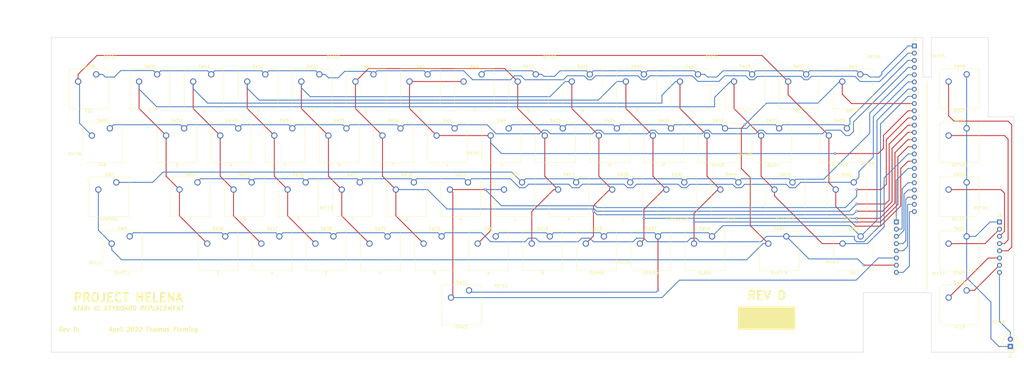
<source format=kicad_pcb>
(kicad_pcb (version 20211014) (generator pcbnew)
  (title_block (title "Project Helena: Atari XL Keyboard Replacement") (rev "D") (comment 1 "Rev D designed around an Atari 600XL"))
  (layers (0 "F.Cu" signal) (31 "B.Cu" signal) (34 "B.Paste" user) (35 "F.Paste" user) (36 "B.SilkS" user "B.Silkscreen") (37 "F.SilkS" user "F.Silkscreen") (38 "B.Mask" user) (39 "F.Mask" user) (44 "Edge.Cuts" user))
  (net 0 "")
  (net 1 "GND")
  (net 2 "LED")
  (net 3 "P1")
  (net 4 "P2")
  (net 5 "P3")
  (net 6 "P4")
  (net 7 "P5")
  (net 8 "P6")
  (net 9 "P7")
  (net 10 "P8")
  (net 11 "BCS")
  (net 12 "P10")
  (net 13 "P11")
  (net 14 "P12")
  (net 15 "P13")
  (net 16 "P14")
  (net 17 "P15")
  (net 18 "P16")
  (net 19 "P17")
  (net 20 "START")
  (net 21 "SELECT")
  (net 22 "OPTION")
  (net 23 "RESET")
  (net 24 "WIRE_GND")
  (net 25 "WIRE_LED")
  (net 26 "WIRE_START")
  (net 27 "WIRE_SELECT")
  (net 28 "WIRE_OPTION")
  (net 29 "WIRE_RESET")
  (net 30 "WIRE_P11")
  (net 31 "WIRE_P8")
  (footprint "Button_Switch_Keyboard:SW_Cherry_MX_1.00u_PCB" (layer "F.Cu") (at 314.96 80.01)
    (fp_text reference "SW1")
    (fp_text value "BREAK")
  )
  (footprint "Button_Switch_Keyboard:SW_Cherry_MX_2.00u_PCB" (layer "F.Cu") (at 52.959 118.11)
    (fp_text reference "SW2")
    (fp_text value "CONTROL")
  )
  (footprint "Button_Switch_Keyboard:SW_Cherry_MX_1.00u_PCB" (layer "F.Cu") (at 181.61 80.01)
    (fp_text reference "SW4")
    (fp_text value "7")
  )
  (footprint "Button_Switch_Keyboard:SW_Cherry_MX_1.00u_PCB" (layer "F.Cu") (at 162.56 80.01)
    (fp_text reference "SW5")
    (fp_text value "6")
  )
  (footprint "Button_Switch_Keyboard:SW_Cherry_MX_1.00u_PCB" (layer "F.Cu") (at 191.135 99.06)
    (fp_text reference "SW6")
    (fp_text value "U")
  )
  (footprint "Button_Switch_Keyboard:SW_Cherry_MX_1.00u_PCB" (layer "F.Cu") (at 172.085 99.06)
    (fp_text reference "SW7")
    (fp_text value "Y")
  )
  (footprint "Button_Switch_Keyboard:SW_Cherry_MX_1.00u_PCB" (layer "F.Cu") (at 186.563 137.16)
    (fp_text reference "SW8")
    (fp_text value "N")
  )
  (footprint "Button_Switch_Keyboard:SW_Cherry_MX_1.00u_PCB" (layer "F.Cu") (at 195.834 118.11)
    (fp_text reference "SW9")
    (fp_text value "J")
  )
  (footprint "Button_Switch_Keyboard:SW_Cherry_MX_1.00u_PCB" (layer "F.Cu") (at 176.784 118.11)
    (fp_text reference "SW10")
    (fp_text value "H")
  )
  (footprint "Button_Switch_Keyboard:SW_Cherry_MX_6.25u_PCB" (layer "F.Cu") (at 177.165 156.21)
    (fp_text reference "SW11")
    (fp_text value "SPACE")
  )
  (footprint "Button_Switch_Keyboard:SW_Cherry_MX_1.00u_PCB" (layer "F.Cu") (at 352.425 156.21)
    (fp_text reference "SW12")
    (fp_text value "HELP")
  )
  (footprint "Button_Switch_Keyboard:SW_Cherry_MX_1.00u_PCB" (layer "F.Cu") (at 200.66 80.01)
    (fp_text reference "SW13")
    (fp_text value "8")
  )
  (footprint "Button_Switch_Keyboard:SW_Cherry_MX_1.00u_PCB" (layer "F.Cu") (at 143.51 80.01)
    (fp_text reference "SW14")
    (fp_text value "5")
  )
  (footprint "Button_Switch_Keyboard:SW_Cherry_MX_1.00u_PCB" (layer "F.Cu") (at 210.185 99.06)
    (fp_text reference "SW15")
    (fp_text value "I")
  )
  (footprint "Button_Switch_Keyboard:SW_Cherry_MX_1.00u_PCB" (layer "F.Cu") (at 153.035 99.06)
    (fp_text reference "SW16")
    (fp_text value "T")
  )
  (footprint "Button_Switch_Keyboard:SW_Cherry_MX_1.00u_PCB" (layer "F.Cu") (at 214.884 118.11)
    (fp_text reference "SW17")
    (fp_text value "K")
  )
  (footprint "Button_Switch_Keyboard:SW_Cherry_MX_1.00u_PCB" (layer "F.Cu") (at 157.734 118.11)
    (fp_text reference "SW18")
    (fp_text value "G")
  )
  (footprint "Button_Switch_Keyboard:SW_Cherry_MX_1.00u_PCB" (layer "F.Cu") (at 205.613 137.16)
    (fp_text reference "SW19")
    (fp_text value "M")
  )
  (footprint "Button_Switch_Keyboard:SW_Cherry_MX_1.00u_PCB" (layer "F.Cu") (at 167.513 137.16)
    (fp_text reference "SW20")
    (fp_text value "B")
  )
  (footprint "Button_Switch_Keyboard:SW_Cherry_MX_1.00u_PCB" (layer "F.Cu") (at 352.425 137.16)
    (fp_text reference "SW21")
    (fp_text value "START")
  )
  (footprint "Button_Switch_Keyboard:SW_Cherry_MX_1.00u_PCB" (layer "F.Cu") (at 219.71 80.01)
    (fp_text reference "SW22")
    (fp_text value "9")
  )
  (footprint "Button_Switch_Keyboard:SW_Cherry_MX_1.00u_PCB" (layer "F.Cu") (at 124.46 80.01)
    (fp_text reference "SW23")
    (fp_text value "4")
  )
  (footprint "Button_Switch_Keyboard:SW_Cherry_MX_1.00u_PCB" (layer "F.Cu") (at 229.235 99.06)
    (fp_text reference "SW24")
    (fp_text value "O")
  )
  (footprint "Button_Switch_Keyboard:SW_Cherry_MX_1.00u_PCB" (layer "F.Cu") (at 133.985 99.06)
    (fp_text reference "SW25")
    (fp_text value "R")
  )
  (footprint "Button_Switch_Keyboard:SW_Cherry_MX_1.00u_PCB" (layer "F.Cu") (at 233.934 118.11)
    (fp_text reference "SW26")
    (fp_text value "L")
  )
  (footprint "Button_Switch_Keyboard:SW_Cherry_MX_1.00u_PCB" (layer "F.Cu") (at 138.684 118.11)
    (fp_text reference "SW27")
    (fp_text value "F")
  )
  (footprint "Button_Switch_Keyboard:SW_Cherry_MX_1.00u_PCB" (layer "F.Cu") (at 224.663 137.16)
    (fp_text reference "SW28")
    (fp_text value "COMMA")
  )
  (footprint "Button_Switch_Keyboard:SW_Cherry_MX_1.00u_PCB" (layer "F.Cu") (at 148.463 137.16)
    (fp_text reference "SW29")
    (fp_text value "V")
  )
  (footprint "Button_Switch_Keyboard:SW_Cherry_MX_1.00u_PCB" (layer "F.Cu") (at 352.425 118.11)
    (fp_text reference "SW30")
    (fp_text value "SELECT")
  )
  (footprint "Button_Switch_Keyboard:SW_Cherry_MX_1.00u_PCB" (layer "F.Cu") (at 238.76 80.01)
    (fp_text reference "SW31")
    (fp_text value "0")
  )
  (footprint "Button_Switch_Keyboard:SW_Cherry_MX_1.00u_PCB" (layer "F.Cu") (at 105.41 80.01)
    (fp_text reference "SW32")
    (fp_text value "3")
  )
  (footprint "Button_Switch_Keyboard:SW_Cherry_MX_1.00u_PCB" (layer "F.Cu") (at 248.285 99.06)
    (fp_text reference "SW33")
    (fp_text value "P")
  )
  (footprint "Button_Switch_Keyboard:SW_Cherry_MX_1.00u_PCB" (layer "F.Cu") (at 114.935 99.06)
    (fp_text reference "SW34")
    (fp_text value "E")
  )
  (footprint "Button_Switch_Keyboard:SW_Cherry_MX_1.00u_PCB" (layer "F.Cu") (at 252.984 118.11)
    (fp_text reference "SW35")
    (fp_text value "SEMICOLON")
  )
  (footprint "Button_Switch_Keyboard:SW_Cherry_MX_1.00u_PCB" (layer "F.Cu") (at 119.634 118.11)
    (fp_text reference "SW36")
    (fp_text value "D")
  )
  (footprint "Button_Switch_Keyboard:SW_Cherry_MX_1.00u_PCB" (layer "F.Cu") (at 243.713 137.16)
    (fp_text reference "SW37")
    (fp_text value "PERIOD")
  )
  (footprint "Button_Switch_Keyboard:SW_Cherry_MX_1.00u_PCB" (layer "F.Cu") (at 129.413 137.16)
    (fp_text reference "SW38")
    (fp_text value "C")
  )
  (footprint "Button_Switch_Keyboard:SW_Cherry_MX_1.00u_PCB" (layer "F.Cu") (at 352.425 99.06)
    (fp_text reference "SW39")
    (fp_text value "OPTION")
  )
  (footprint "Button_Switch_Keyboard:SW_Cherry_MX_1.00u_PCB" (layer "F.Cu") (at 257.81 80.01)
    (fp_text reference "SW40")
    (fp_text value "<")
  )
  (footprint "Button_Switch_Keyboard:SW_Cherry_MX_1.00u_PCB" (layer "F.Cu") (at 86.36 80.01)
    (fp_text reference "SW41")
    (fp_text value "2")
  )
  (footprint "Button_Switch_Keyboard:SW_Cherry_MX_1.00u_PCB" (layer "F.Cu") (at 267.335 99.06)
    (fp_text reference "SW42")
    (fp_text value "MINUS")
  )
  (footprint "Button_Switch_Keyboard:SW_Cherry_MX_1.00u_PCB" (layer "F.Cu") (at 95.885 99.06)
    (fp_text reference "SW43")
    (fp_text value "W")
  )
  (footprint "Button_Switch_Keyboard:SW_Cherry_MX_1.00u_PCB" (layer "F.Cu") (at 272.034 118.11)
    (fp_text reference "SW44")
    (fp_text value "PLUS")
  )
  (footprint "Button_Switch_Keyboard:SW_Cherry_MX_1.00u_PCB" (layer "F.Cu") (at 100.584 118.11)
    (fp_text reference "SW45")
    (fp_text value "S")
  )
  (footprint "Button_Switch_Keyboard:SW_Cherry_MX_1.00u_PCB" (layer "F.Cu") (at 262.763 137.16)
    (fp_text reference "SW46")
    (fp_text value "SLASH")
  )
  (footprint "Button_Switch_Keyboard:SW_Cherry_MX_1.00u_PCB" (layer "F.Cu") (at 110.363 137.16)
    (fp_text reference "SW47")
    (fp_text value "X")
  )
  (footprint "Button_Switch_Keyboard:SW_Cherry_MX_1.00u_PCB" (layer "F.Cu") (at 276.86 80.01)
    (fp_text reference "SW49")
    (fp_text value ">")
  )
  (footprint "Button_Switch_Keyboard:SW_Cherry_MX_1.00u_PCB" (layer "F.Cu") (at 67.31 80.01)
    (fp_text reference "SW50")
    (fp_text value "1")
  )
  (footprint "Button_Switch_Keyboard:SW_Cherry_MX_1.00u_PCB" (layer "F.Cu") (at 286.385 99.06)
    (fp_text reference "SW51")
    (fp_text value "EQUAL")
  )
  (footprint "Button_Switch_Keyboard:SW_Cherry_MX_1.00u_PCB" (layer "F.Cu") (at 76.835 99.06)
    (fp_text reference "SW52")
    (fp_text value "Q")
  )
  (footprint "Button_Switch_Keyboard:SW_Cherry_MX_1.00u_PCB" (layer "F.Cu") (at 291.084 118.11)
    (fp_text reference "SW53")
    (fp_text value "ASTERISK")
  )
  (footprint "Button_Switch_Keyboard:SW_Cherry_MX_1.00u_PCB" (layer "F.Cu") (at 81.534 118.11)
    (fp_text reference "SW54")
    (fp_text value "A")
  )
  (footprint "Button_Switch_Keyboard:SW_Cherry_MX_1.00u_PCB" (layer "F.Cu") (at 315.087 137.16)
    (fp_text reference "SW55")
    (fp_text value "INV")
  )
  (footprint "Button_Switch_Keyboard:SW_Cherry_MX_1.00u_PCB" (layer "F.Cu") (at 91.313 137.16)
    (fp_text reference "SW56")
    (fp_text value "Z")
  )
  (footprint "Button_Switch_Keyboard:SW_Cherry_MX_1.00u_PCB" (layer "F.Cu") (at 295.91 80.01)
    (fp_text reference "SW57")
    (fp_text value "DEL")
  )
  (footprint "Button_Switch_Keyboard:SW_Cherry_MX_1.25u_PCB" (layer "F.Cu") (at 45.847 80.01)
    (fp_text reference "SW58")
    (fp_text value "ESC")
  )
  (footprint "Button_Switch_Keyboard:SW_Cherry_MX_1.50u_PCB" (layer "F.Cu") (at 310.261 99.06)
    (fp_text reference "SW59")
    (fp_text value "RETURN")
  )
  (footprint "Button_Switch_Keyboard:SW_Cherry_MX_1.75u_PCB" (layer "F.Cu") (at 50.673 99.06)
    (fp_text reference "SW60")
    (fp_text value "TAB")
  )
  (footprint "Button_Switch_Keyboard:SW_Cherry_MX_1.25u_PCB" (layer "F.Cu") (at 312.674 118.11)
    (fp_text reference "SW61")
    (fp_text value "CAPS")
  )
  (footprint "Button_Switch_Keyboard:SW_Cherry_MX_1.75u_PCB" (layer "F.Cu") (at 288.925 137.16)
    (fp_text reference "SW64")
    (fp_text value "SHIFT_R")
  )
  (footprint "Button_Switch_Keyboard:SW_Cherry_MX_1.50u_PCB" (layer "F.Cu") (at 57.658 137.16)
    (fp_text reference "SW3")
    (fp_text value "SHIFT_L")
  )
  (footprint "Connector_PinHeader_2.54mm:PinHeader_1x08_P2.54mm_Vertical" (layer "F.Cu") (at 327.66 132.08)
    (fp_text reference "J2")
    (fp_text value "Conn_01x08")
  )
  (footprint "Connector_PinHeader_2.54mm:PinHeader_1x08_P2.54mm_Vertical" (layer "F.Cu") (at 364 132.08)
    (fp_text reference "J3")
    (fp_text value "Conn_01x08")
  )
  (footprint "Button_Switch_Keyboard:SW_Cherry_MX_1.00u_PCB" (layer "F.Cu") (at 352.425 80.01)
    (fp_text reference "SW48")
    (fp_text value "RESET")
  )
  (footprint "LED_THT:LED_D5.0mm" (layer "F.Cu") (at 367.82 175.971 90)
    (fp_text reference "D1")
    (fp_text value "LED")
  )
  (footprint "Connector_PinHeader_2.54mm:PinHeader_1x24_P2.54mm_Vertical" (layer "F.Cu") (at 334 70)
    (fp_text reference "J1")
    (fp_text value "Conn_01x24")
  )
  (footprint "MountingHole:MountingHole_2.5mm" (layer "F.Cu") (at 183.3 153.365)
    (fp_text reference "REF12")
    (fp_text value "MountingHole_2.5mm")
  )
  (footprint "MountingHole:MountingHole_2.5mm" (layer "F.Cu") (at 128.719 130.615)
    (fp_text reference "REF10")
    (fp_text value "MountingHole_2.5mm")
  )
  (footprint "MountingHole:MountingHole_2.5mm" (layer "F.Cu") (at 47.693 149.665)
    (fp_text reference "REF11")
    (fp_text value "MountingHole_2.5mm")
  )
  (footprint "MountingHole:MountingHole_2.5mm" (layer "F.Cu") (at 317.559 115.515)
    (fp_text reference "REF09")
    (fp_text value "MountingHole_2.5mm")
  )
  (footprint "MountingHole:MountingHole_2.5mm" (layer "F.Cu") (at 363.71 170.865)
    (fp_text reference "REF18")
    (fp_text value "MountingHole_2.5mm")
  )
  (footprint "MountingHole:MountingHole_2.5mm" (layer "F.Cu") (at 305.122 149.665)
    (fp_text reference "REF14")
    (fp_text value "MountingHole_2.5mm")
  )
  (footprint "MountingHole:MountingHole_2.5mm" (layer "F.Cu") (at 181.17 111.565)
    (fp_text reference "REF07")
    (fp_text value "MountingHole_2.5mm")
  )
  (footprint "MountingHole:MountingHole_2.5mm" (layer "F.Cu") (at 50.732 77.415)
    (fp_text reference "REF01")
    (fp_text value "MountingHole_2.5mm")
  )
  (footprint "MountingHole:MountingHole_2.5mm" (layer "F.Cu") (at 233.748 149.665)
    (fp_text reference "REF13")
    (fp_text value "MountingHole_2.5mm")
  )
  (footprint "MountingHole:MountingHole_2.5mm" (layer "F.Cu") (at 319.845 77.415)
    (fp_text reference "REF05")
    (fp_text value "MountingHole_2.5mm")
  )
  (footprint "MountingHole:MountingHole_2.5mm" (layer "F.Cu") (at 205.545 77.415)
    (fp_text reference "REF03")
    (fp_text value "MountingHole_2.5mm")
  )
  (footprint "MountingHole:MountingHole_2.5mm" (layer "F.Cu") (at 276.42 111.565)
    (fp_text reference "REF08")
    (fp_text value "MountingHole_2.5mm")
  )
  (footprint "MountingHole:MountingHole_2.5mm" (layer "F.Cu") (at 129.345 77.415)
    (fp_text reference "REF02")
    (fp_text value "MountingHole_2.5mm")
  )
  (footprint "MountingHole:MountingHole_2.5mm" (layer "F.Cu") (at 262.695 77.415)
    (fp_text reference "REF04")
    (fp_text value "MountingHole_2.5mm")
  )
  (footprint "MountingHole:MountingHole_2.5mm" (layer "F.Cu") (at 342.46 77.165)
    (fp_text reference "REF15")
    (fp_text value "MountingHole_2.5mm")
  )
  (footprint "MountingHole:MountingHole_2.5mm" (layer "F.Cu") (at 342.46 153.865)
    (fp_text reference "REF17")
    (fp_text value "MountingHole_2.5mm")
  )
  (footprint "MountingHole:MountingHole_2.5mm" (layer "F.Cu") (at 40.708 111.565)
    (fp_text reference "REF06")
    (fp_text value "MountingHole_2.5mm")
  )
  (footprint "MountingHole:MountingHole_2.5mm" (layer "F.Cu") (at 357.31 130.615)
    (fp_text reference "REF16")
    (fp_text value "MountingHole_2.5mm")
  )
  (gr_poly (pts (xy 272 162) (xy 292 162) (xy 292 170) (xy 272 170)) (layer "F.SilkS") (width 0.15) (fill solid))
  (gr_line (start 338.5 82.5) (end 338.5 156) (layer "F.SilkS") (width 0.2))
  (gr_line (start 340 157) (end 340 178) (layer "Edge.Cuts") (width 0.15))
  (gr_line (start 30 67) (end 58 67) (layer "Edge.Cuts") (width 0.15))
  (gr_line (start 360 95) (end 369 95) (layer "Edge.Cuts") (width 0.15))
  (gr_line (start 340 81) (end 340 67) (layer "Edge.Cuts") (width 0.15))
  (gr_line (start 316 168) (end 316 157) (layer "Edge.Cuts") (width 0.15))
  (gr_line (start 316 157) (end 337 157) (layer "Edge.Cuts") (width 0.15))
  (gr_line (start 316 170) (end 316 168) (layer "Edge.Cuts") (width 0.15))
  (gr_line (start 337 67) (end 337 81) (layer "Edge.Cuts") (width 0.15))
  (gr_line (start 340 67) (end 360 67) (layer "Edge.Cuts") (width 0.15))
  (gr_line (start 30 178) (end 316 178) (layer "Edge.Cuts") (width 0.15))
  (gr_line (start 340 178) (end 359 178) (layer "Edge.Cuts") (width 0.15))
  (gr_line (start 316 178) (end 316 170) (layer "Edge.Cuts") (width 0.15))
  (gr_line (start 30 67) (end 30 178) (layer "Edge.Cuts") (width 0.15))
  (gr_line (start 359 178) (end 368.9884 177.998) (layer "Edge.Cuts") (width 0.15))
  (gr_line (start 369 171) (end 368.9884 177.998) (layer "Edge.Cuts") (width 0.15))
  (gr_line (start 360 67) (end 360 95) (layer "Edge.Cuts") (width 0.15))
  (gr_line (start 337 157) (end 340 157) (layer "Edge.Cuts") (width 0.15))
  (gr_line (start 369 95) (end 369 171) (layer "Edge.Cuts") (width 0.15))
  (gr_line (start 58 67) (end 337 67) (layer "Edge.Cuts") (width 0.15))
  (gr_line (start 337 81) (end 340 81) (layer "Edge.Cuts") (width 0.15))
  (gr_text "REV D" (at 282 158) (layer "F.SilkS") (effects (font (size 3 3) (thickness 0.6))))
  (gr_text "PROJECT HELENA" (at 57.15 158.75) (layer "F.SilkS") (effects (font (size 3 3) (thickness 0.6))))
  (gr_text "ATARI XL KEYBOARD REPLACEMENT" (at 57.15 162.56) (layer "F.SilkS") (effects (font (size 1.5 1.5) (thickness 0.3) italic)))
  (gr_text "Rev D: 		April 2022 Thomas Fleming" (at 57.15 170) (layer "F.SilkS") (effects (font (size 1.5 1.5) (thickness 0.3) italic)))
  (segment (start 327.66 117.32) (end 327.66 132.08) (width 0.3048) (layer "B.Cu") (net 1))
  (segment (start 331.8 113.18) (end 327.66 117.32) (width 0.3048) (layer "B.Cu") (net 1))
  (segment (start 334 113.18) (end 331.8 113.18) (width 0.3048) (layer "B.Cu") (net 1))
  (segment (start 332.435 128.42) (end 332.26 128.595) (width 0.3048) (layer "B.Cu") (net 2))
  (segment (start 327.66 149.86) (end 330.045 149.86) (width 0.3048) (layer "B.Cu") (net 2))
  (segment (start 330.045 149.86) (end 330.355 149.55) (width 0.3048) (layer "B.Cu") (net 2))
  (segment (start 334 128.42) (end 332.435 128.42) (width 0.3048) (layer "B.Cu") (net 2))
  (segment (start 332.26 128.595) (end 332.26 145.105) (width 0.3048) (layer "B.Cu") (net 2))
  (segment (start 330.355 149.55) (end 332.26 147.645) (width 0.3048) (layer "B.Cu") (net 2))
  (segment (start 332.26 147.645) (end 332.26 145.105) (width 0.3048) (layer "B.Cu") (net 2))
  (segment (start 238.76 80.01) (end 237.49 78.74) (width 0.3048) (layer "B.Cu") (net 3))
  (segment (start 317.33 80.01) (end 318.29 80.97) (width 0.3048) (layer "B.Cu") (net 3))
  (segment (start 207.292 80.716) (end 203.482 80.716) (width 0.3048) (layer "B.Cu") (net 3))
  (segment (start 218.44 78.74) (end 219.71 80.01) (width 0.3048) (layer "B.Cu") (net 3))
  (segment (start 313.69 78.74) (end 297.18 78.74) (width 0.3048) (layer "B.Cu") (net 3))
  (segment (start 257.81 80.01) (end 260.068 80.01) (width 0.3048) (layer "B.Cu") (net 3))
  (segment (start 314.96 80.01) (end 313.69 78.74) (width 0.3048) (layer "B.Cu") (net 3))
  (segment (start 218.44 78.74) (end 209.268 78.74) (width 0.3048) (layer "B.Cu") (net 3))
  (segment (start 260.124 79.954) (end 261.14 80.97) (width 0.3048) (layer "B.Cu") (net 3))
  (segment (start 261.14 80.97) (end 264.442 80.97) (width 0.3048) (layer "B.Cu") (net 3))
  (segment (start 240.03 78.74) (end 238.76 80.01) (width 0.3048) (layer "B.Cu") (net 3))
  (segment (start 220.98 78.74) (end 219.71 80.01) (width 0.3048) (layer "B.Cu") (net 3))
  (segment (start 318.29 80.97) (end 321.592 80.97) (width 0.3048) (layer "B.Cu") (net 3))
  (segment (start 257.81 80.01) (end 256.54 78.74) (width 0.3048) (layer "B.Cu") (net 3))
  (segment (start 260.068 80.01) (end 260.124 79.954) (width 0.3048) (layer "B.Cu") (net 3))
  (segment (start 203.482 80.716) (end 202.776 80.01) (width 0.3048) (layer "B.Cu") (net 3))
  (segment (start 331.8 70) (end 334 70) (width 0.3048) (layer "B.Cu") (net 3))
  (segment (start 209.268 78.74) (end 207.292 80.716) (width 0.3048) (layer "B.Cu") (net 3))
  (segment (start 294.64 78.74) (end 278.13 78.74) (width 0.3048) (layer "B.Cu") (net 3))
  (segment (start 275.59 78.74) (end 276.86 80.01) (width 0.3048) (layer "B.Cu") (net 3))
  (segment (start 322.562 79.238) (end 331.8 70) (width 0.3048) (layer "B.Cu") (net 3))
  (segment (start 321.592 80.97) (end 322.562 80) (width 0.3048) (layer "B.Cu") (net 3))
  (segment (start 237.49 78.74) (end 220.98 78.74) (width 0.3048) (layer "B.Cu") (net 3))
  (segment (start 266.672 78.74) (end 275.59 78.74) (width 0.3048) (layer "B.Cu") (net 3))
  (segment (start 278.13 78.74) (end 276.86 80.01) (width 0.3048) (layer "B.Cu") (net 3))
  (segment (start 202.776 80.01) (end 200.66 80.01) (width 0.3048) (layer "B.Cu") (net 3))
  (segment (start 322.562 80) (end 322.562 79.238) (width 0.3048) (layer "B.Cu") (net 3))
  (segment (start 295.91 80.01) (end 294.64 78.74) (width 0.3048) (layer "B.Cu") (net 3))
  (segment (start 182.88 78.74) (end 181.61 80.01) (width 0.3048) (layer "B.Cu") (net 3))
  (segment (start 256.54 78.74) (end 240.03 78.74) (width 0.3048) (layer "B.Cu") (net 3))
  (segment (start 199.39 78.74) (end 182.88 78.74) (width 0.3048) (layer "B.Cu") (net 3))
  (segment (start 297.18 78.74) (end 295.91 80.01) (width 0.3048) (layer "B.Cu") (net 3))
  (segment (start 200.66 80.01) (end 199.39 78.74) (width 0.3048) (layer "B.Cu") (net 3))
  (segment (start 264.442 80.97) (end 266.672 78.74) (width 0.3048) (layer "B.Cu") (net 3))
  (segment (start 314.96 80.01) (end 317.33 80.01) (width 0.3048) (layer "B.Cu") (net 3))
  (segment (start 124.46 80.01) (end 126.464 80.01) (width 0.3048) (layer "B.Cu") (net 4))
  (segment (start 45.847 80.01) (end 48.09 80.01) (width 0.3048) (layer "B.Cu") (net 4))
  (segment (start 54.511 78.684) (end 65.984 78.684) (width 0.3048) (layer "B.Cu") (net 4))
  (segment (start 49.05 80.97) (end 52.225 80.97) (width 0.3048) (layer "B.Cu") (net 4))
  (segment (start 193.16699 80.51801) (end 195.45301 80.51801) (width 0.3048) (layer "B.Cu") (net 4))
  (segment (start 104.14 78.74) (end 87.63 78.74) (width 0.3048) (layer "B.Cu") (net 4))
  (segment (start 211.774845 80.51801) (end 217.67801 80.51801) (width 0.3048) (layer "B.Cu") (net 4))
  (segment (start 123.19 78.74) (end 106.68 78.74) (width 0.3048) (layer "B.Cu") (net 4))
  (segment (start 276.003927 81.915) (end 277.495 81.915) (width 0.3048) (layer "B.Cu") (net 4))
  (segment (start 278.701311 80.708689) (end 294.068689 80.708689) (width 0.3048) (layer "B.Cu") (net 4))
  (segment (start 144.78 78.74) (end 143.51 80.01) (width 0.3048) (layer "B.Cu") (net 4))
  (segment (start 178.435 81.915) (end 191.77 81.915) (width 0.3048) (layer "B.Cu") (net 4))
  (segment (start 142.522 78.938) (end 143.51 79.926) (width 0.3048) (layer "B.Cu") (net 4))
  (segment (start 217.67801 80.51801) (end 219.075 81.915) (width 0.3048) (layer "B.Cu") (net 4))
  (segment (start 161.29 78.74) (end 144.78 78.74) (width 0.3048) (layer "B.Cu") (net 4))
  (segment (start 238.014463 81.915) (end 239.395 81.915) (width 0.3048) (layer "B.Cu") (net 4))
  (segment (start 296.545 81.915) (end 297.751311 80.708689) (width 0.3048) (layer "B.Cu") (net 4))
  (segment (start 240.79199 80.51801) (end 255.77801 80.51801) (width 0.3048) (layer "B.Cu") (net 4))
  (segment (start 321.79 82.55) (end 331.8 72.54) (width 0.3048) (layer "B.Cu") (net 4))
  (segment (start 106.68 78.74) (end 105.41 80.01) (width 0.3048) (layer "B.Cu") (net 4))
  (segment (start 239.395 81.915) (end 240.79199 80.51801) (width 0.3048) (layer "B.Cu") (net 4))
  (segment (start 105.41 80.01) (end 104.14 78.74) (width 0.3048) (layer "B.Cu") (net 4))
  (segment (start 210.377855 81.915) (end 211.774845 80.51801) (width 0.3048) (layer "B.Cu") (net 4))
  (segment (start 68.58 78.74) (end 67.31 80.01) (width 0.3048) (layer "B.Cu") (net 4))
  (segment (start 175.26 78.74) (end 178.435 81.915) (width 0.3048) (layer "B.Cu") (net 4))
  (segment (start 294.068689 80.708689) (end 295.275 81.915) (width 0.3048) (layer "B.Cu") (net 4))
  (segment (start 257.754 82.494) (end 265.204 82.494) (width 0.3048) (layer "B.Cu") (net 4))
  (segment (start 267.17999 80.51801) (end 274.606937 80.51801) (width 0.3048) (layer "B.Cu") (net 4))
  (segment (start 236.617473 80.51801) (end 238.014463 81.915) (width 0.3048) (layer "B.Cu") (net 4))
  (segment (start 52.225 80.97) (end 54.511 78.684) (width 0.3048) (layer "B.Cu") (net 4))
  (segment (start 220.345 81.915) (end 221.74199 80.51801) (width 0.3048) (layer "B.Cu") (net 4))
  (segment (start 255.77801 80.51801) (end 257.754 82.494) (width 0.3048) (layer "B.Cu") (net 4))
  (segment (start 274.606937 80.51801) (end 276.003927 81.915) (width 0.3048) (layer "B.Cu") (net 4))
  (segment (start 162.56 80.01) (end 161.29 78.74) (width 0.3048) (layer "B.Cu") (net 4))
  (segment (start 86.36 80.01) (end 85.09 78.74) (width 0.3048) (layer "B.Cu") (net 4))
  (segment (start 331.8 72.54) (end 334 72.54) (width 0.3048) (layer "B.Cu") (net 4))
  (segment (start 133.378 78.938) (end 142.522 78.938) (width 0.3048) (layer "B.Cu") (net 4))
  (segment (start 163.83 78.74) (end 175.26 78.74) (width 0.3048) (layer "B.Cu") (net 4))
  (segment (start 295.275 81.915) (end 296.545 81.915) (width 0.3048) (layer "B.Cu") (net 4))
  (segment (start 314.96 82.55) (end 321.79 82.55) (width 0.3048) (layer "B.Cu") (net 4))
  (segment (start 191.77 81.915) (end 193.16699 80.51801) (width 0.3048) (layer "B.Cu") (net 4))
  (segment (start 65.984 78.684) (end 67.31 80.01) (width 0.3048) (layer "B.Cu") (net 4))
  (segment (start 48.09 80.01) (end 49.05 80.97) (width 0.3048) (layer "B.Cu") (net 4))
  (segment (start 221.74199 80.51801) (end 236.617473 80.51801) (width 0.3048) (layer "B.Cu") (net 4))
  (segment (start 124.46 80.01) (end 123.19 78.74) (width 0.3048) (layer "B.Cu") (net 4))
  (segment (start 127.678 81.224) (end 131.092 81.224) (width 0.3048) (layer "B.Cu") (net 4))
  (segment (start 219.075 81.915) (end 220.345 81.915) (width 0.3048) (layer "B.Cu") (net 4))
  (segment (start 131.092 81.224) (end 133.378 78.938) (width 0.3048) (layer "B.Cu") (net 4))
  (segment (start 196.85 81.915) (end 210.377855 81.915) (width 0.3048) (layer "B.Cu") (net 4))
  (segment (start 313.118689 80.708689) (end 314.96 82.55) (width 0.3048) (layer "B.Cu") (net 4))
  (segment (start 297.751311 80.708689) (end 313.118689 80.708689) (width 0.3048) (layer "B.Cu") (net 4))
  (segment (start 87.63 78.74) (end 86.36 80.01) (width 0.3048) (layer "B.Cu") (net 4))
  (segment (start 126.464 80.01) (end 127.678 81.224) (width 0.3048) (layer "B.Cu") (net 4))
  (segment (start 265.204 82.494) (end 267.17999 80.51801) (width 0.3048) (layer "B.Cu") (net 4))
  (segment (start 162.56 80.01) (end 163.83 78.74) (width 0.3048) (layer "B.Cu") (net 4))
  (segment (start 195.45301 80.51801) (end 196.85 81.915) (width 0.3048) (layer "B.Cu") (net 4))
  (segment (start 277.495 81.915) (end 278.701311 80.708689) (width 0.3048) (layer "B.Cu") (net 4))
  (segment (start 85.09 78.74) (end 68.58 78.74) (width 0.3048) (layer "B.Cu") (net 4))
  (segment (start 286.385 99.06) (end 287.655 97.79) (width 0.3048) (layer "B.Cu") (net 5))
  (segment (start 285.115 97.79) (end 276.225 97.79) (width 0.3048) (layer "B.Cu") (net 5))
  (segment (start 310.261 99.06) (end 310.261 98.524) (width 0.3048) (layer "B.Cu") (net 5))
  (segment (start 310.261 98.524) (end 311.305 97.48) (width 0.3048) (layer "B.Cu") (net 5))
  (segment (start 310.261 98.806) (end 310.261 99.06) (width 0.3048) (layer "B.Cu") (net 5))
  (segment (start 276.225 97.79) (end 274.955 99.06) (width 0.3048) (layer "B.Cu") (net 5))
  (segment (start 311.305 95.575) (end 331.8 75.08) (width 0.3048) (layer "B.Cu") (net 5))
  (segment (start 247.015 97.79) (end 230.505 97.79) (width 0.3048) (layer "B.Cu") (net 5))
  (segment (start 227.965 97.79) (end 211.455 97.79) (width 0.3048) (layer "B.Cu") (net 5))
  (segment (start 208.915 97.79) (end 192.405 97.79) (width 0.3048) (layer "B.Cu") (net 5))
  (segment (start 210.185 99.06) (end 208.915 97.79) (width 0.3048) (layer "B.Cu") (net 5))
  (segment (start 266.065 97.79) (end 249.555 97.79) (width 0.3048) (layer "B.Cu") (net 5))
  (segment (start 230.505 97.79) (end 229.235 99.06) (width 0.3048) (layer "B.Cu") (net 5))
  (segment (start 229.235 99.06) (end 227.965 97.79) (width 0.3048) (layer "B.Cu") (net 5))
  (segment (start 267.335 99.06) (end 266.065 97.79) (width 0.3048) (layer "B.Cu") (net 5))
  (segment (start 273.685 99.06) (end 267.335 99.06) (width 0.3048) (layer "B.Cu") (net 5))
  (segment (start 192.405 97.79) (end 191.135 99.06) (width 0.3048) (layer "B.Cu") (net 5))
  (segment (start 211.455 97.79) (end 210.185 99.06) (width 0.3048) (layer "B.Cu") (net 5))
  (segment (start 286.385 99.06) (end 285.115 97.79) (width 0.3048) (layer "B.Cu") (net 5))
  (segment (start 331.8 75.08) (end 334 75.08) (width 0.3048) (layer "B.Cu") (net 5))
  (segment (start 309.245 97.79) (end 310.261 98.806) (width 0.3048) (layer "B.Cu") (net 5))
  (segment (start 311.305 97.48) (end 311.305 95.575) (width 0.3048) (layer "B.Cu") (net 5))
  (segment (start 249.555 97.79) (end 248.285 99.06) (width 0.3048) (layer "B.Cu") (net 5))
  (segment (start 287.655 97.79) (end 309.245 97.79) (width 0.3048) (layer "B.Cu") (net 5))
  (segment (start 274.955 99.06) (end 273.685 99.06) (width 0.3048) (layer "B.Cu") (net 5))
  (segment (start 248.285 99.06) (end 247.015 97.79) (width 0.3048) (layer "B.Cu") (net 5))
  (segment (start 153.035 99.06) (end 154.305 97.79) (width 0.3048) (layer "B.Cu") (net 6))
  (segment (start 331.8 77.62) (end 312.575 96.845) (width 0.3048) (layer "B.Cu") (net 6))
  (segment (start 221.993456 99.695) (end 220.723456 100.965) (width 0.3048) (layer "B.Cu") (net 6))
  (segment (start 94.615 97.79) (end 95.885 99.06) (width 0.3048) (layer "B.Cu") (net 6))
  (segment (start 309.88 101.6) (end 307.975 99.695) (width 0.3048) (layer "B.Cu") (net 6))
  (segment (start 280.67 99.695) (end 279.4 99.695) (width 0.3048) (layer "B.Cu") (net 6))
  (segment (start 262.765355 100.965) (end 261.495355 99.695) (width 0.3048) (layer "B.Cu") (net 6))
  (segment (start 205.836428 100.965) (end 204.566428 99.695) (width 0.3048) (layer "B.Cu") (net 6))
  (segment (start 186.69 100.965) (end 183.515 97.79) (width 0.3048) (layer "B.Cu") (net 6))
  (segment (start 243.84 100.965) (end 242.57 99.695) (width 0.3048) (layer "B.Cu") (net 6))
  (segment (start 204.566428 99.695) (end 203.2 99.695) (width 0.3048) (layer "B.Cu") (net 6))
  (segment (start 170.815 97.79) (end 172.085 99.06) (width 0.3048) (layer "B.Cu") (net 6))
  (segment (start 302.895 99.695) (end 301.625 100.965) (width 0.3048) (layer "B.Cu") (net 6))
  (segment (start 51.943 97.79) (end 75.565 97.79) (width 0.3048) (layer "B.Cu") (net 6))
  (segment (start 278.13 100.965) (end 262.765355 100.965) (width 0.3048) (layer "B.Cu") (net 6))
  (segment (start 312.575 96.845) (end 312.575 100.175) (width 0.3048) (layer "B.Cu") (net 6))
  (segment (start 183.515 97.79) (end 173.355 97.79) (width 0.3048) (layer "B.Cu") (net 6))
  (segment (start 154.305 97.79) (end 170.815 97.79) (width 0.3048) (layer "B.Cu") (net 6))
  (segment (start 241.3 99.695) (end 240.03 100.965) (width 0.3048) (layer "B.Cu") (net 6))
  (segment (start 203.2 99.695) (end 201.93 100.965) (width 0.3048) (layer "B.Cu") (net 6))
  (segment (start 307.975 99.695) (end 302.895 99.695) (width 0.3048) (layer "B.Cu") (net 6))
  (segment (start 240.03 100.965) (end 224.79 100.965) (width 0.3048) (layer "B.Cu") (net 6))
  (segment (start 173.355 97.79) (end 172.085 99.06) (width 0.3048) (layer "B.Cu") (net 6))
  (segment (start 261.495355 99.695) (end 260.542855 99.695) (width 0.3048) (layer "B.Cu") (net 6))
  (segment (start 259.272855 100.965) (end 243.84 100.965) (width 0.3048) (layer "B.Cu") (net 6))
  (segment (start 312.575 100.175) (end 311.15 101.6) (width 0.3048) (layer "B.Cu") (net 6))
  (segment (start 260.542855 99.695) (end 259.272855 100.965) (width 0.3048) (layer "B.Cu") (net 6))
  (segment (start 132.715 97.79) (end 133.985 99.06) (width 0.3048) (layer "B.Cu") (net 6))
  (segment (start 334 77.62) (end 331.8 77.62) (width 0.3048) (layer "B.Cu") (net 6))
  (segment (start 97.155 97.79) (end 113.665 97.79) (width 0.3048) (layer "B.Cu") (net 6))
  (segment (start 95.885 99.06) (end 97.155 97.79) (width 0.3048) (layer "B.Cu") (net 6))
  (segment (start 78.105 97.79) (end 94.615 97.79) (width 0.3048) (layer "B.Cu") (net 6))
  (segment (start 50.673 99.06) (end 51.943 97.79) (width 0.3048) (layer "B.Cu") (net 6))
  (segment (start 311.15 101.6) (end 309.88 101.6) (width 0.3048) (layer "B.Cu") (net 6))
  (segment (start 220.723456 100.965) (end 205.836428 100.965) (width 0.3048) (layer "B.Cu") (net 6))
  (segment (start 281.94 100.965) (end 280.67 99.695) (width 0.3048) (layer "B.Cu") (net 6))
  (segment (start 224.79 100.965) (end 223.52 99.695) (width 0.3048) (layer "B.Cu") (net 6))
  (segment (start 242.57 99.695) (end 241.3 99.695) (width 0.3048) (layer "B.Cu") (net 6))
  (segment (start 151.765 97.79) (end 153.035 99.06) (width 0.3048) (layer "B.Cu") (net 6))
  (segment (start 114.935 99.06) (end 116.205 97.79) (width 0.3048) (layer "B.Cu") (net 6))
  (segment (start 133.985 99.06) (end 135.255 97.79) (width 0.3048) (layer "B.Cu") (net 6))
  (segment (start 113.665 97.79) (end 114.935 99.06) (width 0.3048) (layer "B.Cu") (net 6))
  (segment (start 75.565 97.79) (end 76.835 99.06) (width 0.3048) (layer "B.Cu") (net 6))
  (segment (start 201.93 100.965) (end 186.69 100.965) (width 0.3048) (layer "B.Cu") (net 6))
  (segment (start 301.625 100.965) (end 281.94 100.965) (width 0.3048) (layer "B.Cu") (net 6))
  (segment (start 135.255 97.79) (end 151.765 97.79) (width 0.3048) (layer "B.Cu") (net 6))
  (segment (start 223.52 99.695) (end 221.993456 99.695) (width 0.3048) (layer "B.Cu") (net 6))
  (segment (start 279.4 99.695) (end 278.13 100.965) (width 0.3048) (layer "B.Cu") (net 6))
  (segment (start 76.835 99.06) (end 78.105 97.79) (width 0.3048) (layer "B.Cu") (net 6))
  (segment (start 116.205 97.79) (end 132.715 97.79) (width 0.3048) (layer "B.Cu") (net 6))
  (segment (start 233.045 116.84) (end 215.9 116.84) (width 0.3048) (layer "B.Cu") (net 7))
  (segment (start 233.934 118.11) (end 233.934 117.729) (width 0.3048) (layer "B.Cu") (net 7))
  (segment (start 233.934 117.856) (end 233.934 118.11) (width 0.3048) (layer "B.Cu") (net 7))
  (segment (start 291.084 118.11) (end 289.814 116.84) (width 0.3048) (layer "B.Cu") (net 7))
  (segment (start 214.884 117.729) (end 213.995 116.84) (width 0.3048) (layer "B.Cu") (net 7))
  (segment (start 233.934 117.729) (end 233.045 116.84) (width 0.3048) (layer "B.Cu") (net 7))
  (segment (start 272.034 118.11) (end 270.764 116.84) (width 0.3048) (layer "B.Cu") (net 7))
  (segment (start 291.084 118.11) (end 292.183999 117.010001) (width 0.3048) (layer "B.Cu") (net 7))
  (segment (start 252.984 117.729) (end 252.095 116.84) (width 0.3048) (layer "B.Cu") (net 7))
  (segment (start 318.29 100.81) (end 318.29 95.575) (width 0.3048) (layer "B.Cu") (net 7))
  (segment (start 292.183999 117.010001) (end 302.089999 117.010001) (width 0.3048) (layer "B.Cu") (net 7))
  (segment (start 272.034 117.856) (end 272.034 118.11) (width 0.3048) (layer "B.Cu") (net 7))
  (segment (start 65.751079 118.116921) (end 52.965921 118.116921) (width 0.3048) (layer "B.Cu") (net 7))
  (segment (start 273.05 116.84) (end 272.034 117.856) (width 0.3048) (layer "B.Cu") (net 7))
  (segment (start 215.9 116.84) (end 214.884 117.856) (width 0.3048) (layer "B.Cu") (net 7))
  (segment (start 234.95 116.84) (end 233.934 117.856) (width 0.3048) (layer "B.Cu") (net 7))
  (segment (start 318.29 93.67) (end 318.29 95.575) (width 0.3048) (layer "B.Cu") (net 7))
  (segment (start 214.884 118.11) (end 214.884 117.729) (width 0.3048) (layer "B.Cu") (net 7))
  (segment (start 213.995 116.84) (end 197.104 116.84) (width 0.3048) (layer "B.Cu") (net 7))
  (segment (start 270.764 116.84) (end 254 116.84) (width 0.3048) (layer "B.Cu") (net 7))
  (segment (start 214.884 117.856) (end 214.884 118.11) (width 0.3048) (layer "B.Cu") (net 7))
  (segment (start 334 80.16) (end 331.8 80.16) (width 0.3048) (layer "B.Cu") (net 7))
  (segment (start 52.965921 118.116921) (end 52.959 118.11) (width 0.3048) (layer "B.Cu") (net 7))
  (segment (start 252.095 116.84) (end 234.95 116.84) (width 0.3048) (layer "B.Cu") (net 7))
  (segment (start 195.834 118.11) (end 192.222 114.498) (width 0.3048) (layer "B.Cu") (net 7))
  (segment (start 331.8 80.16) (end 318.29 93.67) (width 0.3048) (layer "B.Cu") (net 7))
  (segment (start 252.984 117.856) (end 252.984 118.11) (width 0.3048) (layer "B.Cu") (net 7))
  (segment (start 69.37 114.498) (end 65.751079 118.116921) (width 0.3048) (layer "B.Cu") (net 7))
  (segment (start 289.814 116.84) (end 273.05 116.84) (width 0.3048) (layer "B.Cu") (net 7))
  (segment (start 252.984 118.11) (end 252.984 117.729) (width 0.3048) (layer "B.Cu") (net 7))
  (segment (start 302.089999 117.010001) (end 318.29 100.81) (width 0.3048) (layer "B.Cu") (net 7))
  (segment (start 254 116.84) (end 252.984 117.856) (width 0.3048) (layer "B.Cu") (net 7))
  (segment (start 192.222 114.498) (end 69.37 114.498) (width 0.3048) (layer "B.Cu") (net 7))
  (segment (start 197.104 116.84) (end 195.834 118.11) (width 0.3048) (layer "B.Cu") (net 7))
  (segment (start 178.054 116.84) (end 176.784 118.11) (width 0.3048) (layer "B.Cu") (net 8))
  (segment (start 100.584 117.729) (end 99.695 116.84) (width 0.3048) (layer "B.Cu") (net 8))
  (segment (start 274.256311 118.808689) (end 273.05 120.015) (width 0.3048) (layer "B.Cu") (net 8))
  (segment (start 331.8 82.7) (end 319.56 94.94) (width 0.3048) (layer "B.Cu") (net 8))
  (segment (start 138.684 117.856) (end 138.684 118.11) (width 0.3048) (layer "B.Cu") (net 8))
  (segment (start 119.634 118.11) (end 119.634 117.729) (width 0.3048) (layer "B.Cu") (net 8))
  (segment (start 215.834144 120.015) (end 213.519928 120.015) (width 0.3048) (layer "B.Cu") (net 8))
  (segment (start 273.05 120.015) (end 271.195581 120.015) (width 0.3048) (layer "B.Cu") (net 8))
  (segment (start 81.534 117.856) (end 81.534 118.11) (width 0.3048) (layer "B.Cu") (net 8))
  (segment (start 194.945 120.015) (end 191.77 116.84) (width 0.3048) (layer "B.Cu") (net 8))
  (segment (start 156.845 116.84) (end 139.7 116.84) (width 0.3048) (layer "B.Cu") (net 8))
  (segment (start 217.104144 118.745) (end 215.834144 120.015) (width 0.3048) (layer "B.Cu") (net 8))
  (segment (start 271.195581 120.015) (end 269.98927 118.808689) (width 0.3048) (layer "B.Cu") (net 8))
  (segment (start 312.674 118.11) (end 314.48 116.304) (width 0.3048) (layer "B.Cu") (net 8))
  (segment (start 196.85 120.015) (end 194.945 120.015) (width 0.3048) (layer "B.Cu") (net 8))
  (segment (start 288.925 118.808689) (end 274.256311 118.808689) (width 0.3048) (layer "B.Cu") (net 8))
  (segment (start 100.584 118.11) (end 100.584 117.729) (width 0.3048) (layer "B.Cu") (net 8))
  (segment (start 233.045 120.015) (end 231.775 118.745) (width 0.3048) (layer "B.Cu") (net 8))
  (segment (start 292.034145 120.015) (end 290.131311 120.015) (width 0.3048) (layer "B.Cu") (net 8))
  (segment (start 191.77 116.84) (end 178.054 116.84) (width 0.3048) (layer "B.Cu") (net 8))
  (segment (start 99.695 116.84) (end 82.55 116.84) (width 0.3048) (layer "B.Cu") (net 8))
  (segment (start 253.6825 120.015) (end 252.095 120.015) (width 0.3048) (layer "B.Cu") (net 8))
  (segment (start 198.12 118.745) (end 196.85 120.015) (width 0.3048) (layer "B.Cu") (net 8))
  (segment (start 293.939145 118.11) (end 292.034145 120.015) (width 0.3048) (layer "B.Cu") (net 8))
  (segment (start 212.249928 118.745) (end 198.12 118.745) (width 0.3048) (layer "B.Cu") (net 8))
  (segment (start 252.095 120.015) (end 250.825 118.745) (width 0.3048) (layer "B.Cu") (net 8))
  (segment (start 82.55 116.84) (end 81.534 117.856) (width 0.3048) (layer "B.Cu") (net 8))
  (segment (start 213.519928 120.015) (end 212.249928 118.745) (width 0.3048) (layer "B.Cu") (net 8))
  (segment (start 157.734 117.856) (end 157.734 118.11) (width 0.3048) (layer "B.Cu") (net 8))
  (segment (start 312.674 118.11) (end 293.939145 118.11) (width 0.3048) (layer "B.Cu") (net 8))
  (segment (start 157.734 118.11) (end 157.734 117.729) (width 0.3048) (layer "B.Cu") (net 8))
  (segment (start 269.98927 118.808689) (end 254.888811 118.808689) (width 0.3048) (layer "B.Cu") (net 8))
  (segment (start 314.48 114.244) (end 319.56 109.164) (width 0.3048) (layer "B.Cu") (net 8))
  (segment (start 250.825 118.745) (end 236.22 118.745) (width 0.3048) (layer "B.Cu") (net 8))
  (segment (start 120.65 116.84) (end 119.634 117.856) (width 0.3048) (layer "B.Cu") (net 8))
  (segment (start 319.56 94.94) (end 319.56 96.845) (width 0.3048) (layer "B.Cu") (net 8))
  (segment (start 334 82.7) (end 331.8 82.7) (width 0.3048) (layer "B.Cu") (net 8))
  (segment (start 118.745 116.84) (end 101.6 116.84) (width 0.3048) (layer "B.Cu") (net 8))
  (segment (start 138.684 118.11) (end 138.684 117.729) (width 0.3048) (layer "B.Cu") (net 8))
  (segment (start 231.775 118.745) (end 217.104144 118.745) (width 0.3048) (layer "B.Cu") (net 8))
  (segment (start 138.684 117.729) (end 137.795 116.84) (width 0.3048) (layer "B.Cu") (net 8))
  (segment (start 137.795 116.84) (end 120.65 116.84) (width 0.3048) (layer "B.Cu") (net 8))
  (segment (start 234.95 120.015) (end 233.045 120.015) (width 0.3048) (layer "B.Cu") (net 8))
  (segment (start 139.7 116.84) (end 138.684 117.856) (width 0.3048) (layer "B.Cu") (net 8))
  (segment (start 314.48 116.304) (end 314.48 114.244) (width 0.3048) (layer "B.Cu") (net 8))
  (segment (start 319.56 109.164) (end 319.56 96.845) (width 0.3048) (layer "B.Cu") (net 8))
  (segment (start 175.514 116.84) (end 158.75 116.84) (width 0.3048) (layer "B.Cu") (net 8))
  (segment (start 254.888811 118.808689) (end 253.6825 120.015) (width 0.3048) (layer "B.Cu") (net 8))
  (segment (start 119.634 117.856) (end 119.634 118.11) (width 0.3048) (layer "B.Cu") (net 8))
  (segment (start 100.584 117.856) (end 100.584 118.11) (width 0.3048) (layer "B.Cu") (net 8))
  (segment (start 158.75 116.84) (end 157.734 117.856) (width 0.3048) (layer "B.Cu") (net 8))
  (segment (start 290.131311 120.015) (end 288.925 118.808689) (width 0.3048) (layer "B.Cu") (net 8))
  (segment (start 101.6 116.84) (end 100.584 117.856) (width 0.3048) (layer "B.Cu") (net 8))
  (segment (start 157.734 117.729) (end 156.845 116.84) (width 0.3048) (layer "B.Cu") (net 8))
  (segment (start 176.784 118.11) (end 175.514 116.84) (width 0.3048) (layer "B.Cu") (net 8))
  (segment (start 236.22 118.745) (end 234.95 120.015) (width 0.3048) (layer "B.Cu") (net 8))
  (segment (start 119.634 117.729) (end 118.745 116.84) (width 0.3048) (layer "B.Cu") (net 8))
  (segment (start 243.713 137.16) (end 243.713 156.21) (width 0.3048) (layer "F.Cu") (net 9))
  (via (at 243.713 156.21) (size 0.8) (drill 0.4) (layers "F.Cu" "B.Cu") (net 9))
  (segment (start 243.713 156.21) (end 243.078 156.845) (width 0.3048) (layer "B.Cu") (net 9))
  (segment (start 242.443 135.89) (end 243.713 137.16) (width 0.3048) (layer "B.Cu") (net 9))
  (segment (start 177.8 156.845) (end 177.165 156.21) (width 0.3048) (layer "B.Cu") (net 9))
  (segment (start 320.83 96.21) (end 320.83 98.75) (width 0.3048) (layer "B.Cu") (net 9))
  (segment (start 225.933 135.89) (end 242.443 135.89) (width 0.3048) (layer "B.Cu") (net 9))
  (segment (start 204.343 135.89) (end 205.613 137.16) (width 0.3048) (layer "B.Cu") (net 9))
  (segment (start 334 85.24) (end 331.8 85.24) (width 0.3048) (layer "B.Cu") (net 9))
  (segment (start 224.663 137.16) (end 225.933 135.89) (width 0.3048) (layer "B.Cu") (net 9))
  (segment (start 244.983 135.89) (end 261.493 135.89) (width 0.3048) (layer "B.Cu") (net 9))
  (segment (start 261.493 135.89) (end 262.763 137.16) (width 0.3048) (layer "B.Cu") (net 9))
  (segment (start 311.277 133.35) (end 266.573 133.35) (width 0.3048) (layer "B.Cu") (net 9))
  (segment (start 315.087 137.16) (end 311.277 133.35) (width 0.3048) (layer "B.Cu") (net 9))
  (segment (start 266.573 133.35) (end 262.763 137.16) (width 0.3048) (layer "B.Cu") (net 9))
  (segment (start 243.713 137.16) (end 244.983 135.89) (width 0.3048) (layer "B.Cu") (net 9))
  (segment (start 331.8 85.24) (end 320.83 96.21) (width 0.3048) (layer "B.Cu") (net 9))
  (segment (start 186.563 137.16) (end 187.833 135.89) (width 0.3048) (layer "B.Cu") (net 9))
  (segment (start 223.393 135.89) (end 224.663 137.16) (width 0.3048) (layer "B.Cu") (net 9))
  (segment (start 205.613 137.16) (end 206.883 135.89) (width 0.3048) (layer "B.Cu") (net 9))
  (segment (start 320.83 131.417) (end 320.83 98.75) (width 0.3048) (layer "B.Cu") (net 9))
  (segment (start 206.883 135.89) (end 223.393 135.89) (width 0.3048) (layer "B.Cu") (net 9))
  (segment (start 187.833 135.89) (end 204.343 135.89) (width 0.3048) (layer "B.Cu") (net 9))
  (segment (start 243.078 156.845) (end 177.8 156.845) (width 0.3048) (layer "B.Cu") (net 9))
  (segment (start 315.087 137.16) (end 320.83 131.417) (width 0.3048) (layer "B.Cu") (net 9))
  (segment (start 316.23 147.32) (end 327.66 147.32) (width 0.3048) (layer "F.Cu") (net 10))
  (via (at 316.23 147.32) (size 0.8) (drill 0.4) (layers "F.Cu" "B.Cu") (net 10))
  (segment (start 238.76 137.795) (end 240.03 139.065) (width 0.3048) (layer "B.Cu") (net 10))
  (segment (start 219.71 137.795) (end 220.98 139.065) (width 0.3048) (layer "B.Cu") (net 10))
  (segment (start 128.27 136.017) (end 128.27 135.89) (width 0.3048) (layer "B.Cu") (net 10))
  (segment (start 58.928 135.89) (end 57.658 137.16) (width 0.3048) (layer "B.Cu") (net 10))
  (segment (start 166.243 135.89) (end 149.733 135.89) (width 0.3048) (layer "B.Cu") (net 10))
  (segment (start 240.03 139.065) (end 254 139.065) (width 0.3048) (layer "B.Cu") (net 10))
  (segment (start 111.633 135.89) (end 110.363 137.16) (width 0.3048) (layer "B.Cu") (net 10))
  (segment (start 254 139.065) (end 255.27 137.795) (width 0.3048) (layer "B.Cu") (net 10))
  (segment (start 147.193 135.89) (end 130.683 135.89) (width 0.3048) (layer "B.Cu") (net 10))
  (segment (start 216.8525 137.795) (end 219.71 137.795) (width 0.3048) (layer "B.Cu") (net 10))
  (segment (start 236.22 137.795) (end 238.76 137.795) (width 0.3048) (layer "B.Cu") (net 10))
  (segment (start 198.12 137.795) (end 200.66 137.795) (width 0.3048) (layer "B.Cu") (net 10))
  (segment (start 201.93 139.065) (end 215.5825 139.065) (width 0.3048) (layer "B.Cu") (net 10))
  (segment (start 255.27 137.795) (end 257.175 137.795) (width 0.3048) (layer "B.Cu") (net 10))
  (segment (start 196.85 139.065) (end 198.12 137.795) (width 0.3048) (layer "B.Cu") (net 10))
  (segment (start 215.5825 139.065) (end 216.8525 137.795) (width 0.3048) (layer "B.Cu") (net 10))
  (segment (start 181.61 135.89) (end 184.785 139.065) (width 0.3048) (layer "B.Cu") (net 10))
  (segment (start 128.27 135.89) (end 111.633 135.89) (width 0.3048) (layer "B.Cu") (net 10))
  (segment (start 149.733 135.89) (end 148.463 137.16) (width 0.3048) (layer "B.Cu") (net 10))
  (segment (start 258.445 139.065) (end 280.035 139.065) (width 0.3048) (layer "B.Cu") (net 10))
  (segment (start 167.513 137.16) (end 166.243 135.89) (width 0.3048) (layer "B.Cu") (net 10))
  (segment (start 312.93271 138.30771) (end 312.93271 137.16) (width 0.3048) (layer "B.Cu") (net 10))
  (segment (start 129.413 137.16) (end 128.27 136.017) (width 0.3048) (layer "B.Cu") (net 10))
  (segment (start 220.98 139.065) (end 234.95 139.065) (width 0.3048) (layer "B.Cu") (net 10))
  (segment (start 109.22 136.017) (end 109.22 135.89) (width 0.3048) (layer "B.Cu") (net 10))
  (segment (start 316.23 139.065) (end 313.69 139.065) (width 0.3048) (layer "B.Cu") (net 10))
  (segment (start 281.94 137.16) (end 288.925 137.16) (width 0.3048) (layer "B.Cu") (net 10))
  (segment (start 110.363 137.16) (end 109.22 136.017) (width 0.3048) (layer "B.Cu") (net 10))
  (segment (start 322.1 100.655) (end 322.1 133.195) (width 0.3048) (layer "B.Cu") (net 10))
  (segment (start 322.1 133.195) (end 316.23 139.065) (width 0.3048) (layer "B.Cu") (net 10))
  (segment (start 334 87.78) (end 331.8 87.78) (width 0.3048) (layer "B.Cu") (net 10))
  (segment (start 92.583 135.89) (end 91.313 137.16) (width 0.3048) (layer "B.Cu") (net 10))
  (segment (start 168.783 135.89) (end 181.61 135.89) (width 0.3048) (layer "B.Cu") (net 10))
  (segment (start 296.87 145.105) (end 314.015 145.105) (width 0.3048) (layer "B.Cu") (net 10))
  (segment (start 331.8 87.78) (end 322.1 97.48) (width 0.3048) (layer "B.Cu") (net 10))
  (segment (start 167.513 137.16) (end 168.783 135.89) (width 0.3048) (layer "B.Cu") (net 10))
  (segment (start 257.175 137.795) (end 258.445 139.065) (width 0.3048) (layer "B.Cu") (net 10))
  (segment (start 148.463 137.16) (end 147.193 135.89) (width 0.3048) (layer "B.Cu") (net 10))
  (segment (start 184.785 139.065) (end 196.85 139.065) (width 0.3048) (layer "B.Cu") (net 10))
  (segment (start 314.015 145.105) (end 316.23 147.32) (width 0.3048) (layer "B.Cu") (net 10))
  (segment (start 322.1 97.48) (end 322.1 100.655) (width 0.3048) (layer "B.Cu") (net 10))
  (segment (start 200.66 137.795) (end 201.93 139.065) (width 0.3048) (layer "B.Cu") (net 10))
  (segment (start 234.95 139.065) (end 236.22 137.795) (width 0.3048) (layer "B.Cu") (net 10))
  (segment (start 130.683 135.89) (end 129.413 137.16) (width 0.3048) (layer "B.Cu") (net 10))
  (segment (start 280.035 139.065) (end 281.94 137.16) (width 0.3048) (layer "B.Cu") (net 10))
  (segment (start 109.22 135.89) (end 92.583 135.89) (width 0.3048) (layer "B.Cu") (net 10))
  (segment (start 91.313 137.16) (end 90.043 135.89) (width 0.3048) (layer "B.Cu") (net 10))
  (segment (start 288.925 137.16) (end 296.87 145.105) (width 0.3048) (layer "B.Cu") (net 10))
  (segment (start 312.93271 137.16) (end 288.925 137.16) (width 0.3048) (layer "B.Cu") (net 10))
  (segment (start 90.043 135.89) (end 58.928 135.89) (width 0.3048) (layer "B.Cu") (net 10))
  (segment (start 313.69 139.065) (end 312.93271 138.30771) (width 0.3048) (layer "B.Cu") (net 10))
  (segment (start 311.892 90.32) (end 308.61 87.038) (width 0.3048) (layer "F.Cu") (net 11))
  (segment (start 276.225 133.35) (end 276.225 116.375) (width 0.3048) (layer "F.Cu") (net 11))
  (segment (start 334 90.32) (end 311.892 90.32) (width 0.3048) (layer "F.Cu") (net 11))
  (segment (start 273.078 99.032) (end 274.32 97.79) (width 0.3048) (layer "F.Cu") (net 11))
  (segment (start 282.575 139.7) (end 276.225 133.35) (width 0.3048) (layer "F.Cu") (net 11))
  (segment (start 273.078 113.228) (end 273.078 99.032) (width 0.3048) (layer "F.Cu") (net 11))
  (segment (start 276.225 116.375) (end 273.078 113.228) (width 0.3048) (layer "F.Cu") (net 11))
  (segment (start 308.61 82.55) (end 308.61 87.038) (width 0.3048) (layer "F.Cu") (net 11))
  (via (at 274.32 97.79) (size 0.8) (drill 0.4) (layers "F.Cu" "B.Cu") (net 11))
  (segment (start 274.32 97.79) (end 281.94 90.17) (width 0.3048) (layer "B.Cu") (net 11))
  (segment (start 54.80671 145.415) (end 51.308 141.91629) (width 0.3048) (layer "B.Cu") (net 11))
  (segment (start 300.0375 90.17) (end 307.6575 82.55) (width 0.3048) (layer "B.Cu") (net 11))
  (segment (start 282.575 139.7) (end 280.67 139.7) (width 0.3048) (layer "B.Cu") (net 11))
  (segment (start 46.609 135.001) (end 51.308 139.7) (width 0.3048) (layer "B.Cu") (net 11))
  (segment (start 46.609 120.65) (end 46.609 135.001) (width 0.3048) (layer "B.Cu") (net 11))
  (segment (start 51.308 141.91629) (end 51.308 139.7) (width 0.3048) (layer "B.Cu") (net 11))
  (segment (start 281.94 90.17) (end 300.0375 90.17) (width 0.3048) (layer "B.Cu") (net 11))
  (segment (start 307.6575 82.55) (end 308.61 82.55) (width 0.3048) (layer "B.Cu") (net 11))
  (segment (start 280.67 139.7) (end 274.955 145.415) (width 0.3048) (layer "B.Cu") (net 11))
  (segment (start 274.955 145.415) (end 54.80671 145.415) (width 0.3048) (layer "B.Cu") (net 11))
  (segment (start 323.116 106.116) (end 321.282 107.95) (width 0.3048) (layer "F.Cu") (net 12))
  (segment (start 334 92.86) (end 331.8 92.86) (width 0.3048) (layer "F.Cu") (net 12))
  (segment (start 156.21 82.55) (end 156.21 92.075) (width 0.3048) (layer "F.Cu") (net 12))
  (segment (start 306.07 107.95) (end 312.138 107.95) (width 0.3048) (layer "F.Cu") (net 12))
  (segment (start 184.785 101.6) (end 184.785 135.128) (width 0.3048) (layer "F.Cu") (net 12))
  (segment (start 331.8 92.86) (end 323.116 101.544) (width 0.3048) (layer "F.Cu") (net 12))
  (segment (start 156.21 92.075) (end 165.735 101.6) (width 0.3048) (layer "F.Cu") (net 12))
  (segment (start 165.735 101.6) (end 184.785 101.6) (width 0.3048) (layer "F.Cu") (net 12))
  (segment (start 184.785 135.128) (end 180.213 139.7) (width 0.3048) (layer "F.Cu") (net 12))
  (segment (start 323.116 101.544) (end 323.116 106.116) (width 0.3048) (layer "F.Cu") (net 12))
  (segment (start 321.282 107.95) (end 312.138 107.95) (width 0.3048) (layer "F.Cu") (net 12))
  (segment (start 175.26 82.55) (end 156.21 82.55) (width 0.3048) (layer "F.Cu") (net 12))
  (via (at 306.07 107.95) (size 0.8) (drill 0.4) (layers "F.Cu" "B.Cu") (net 12))
  (segment (start 184.785 101.6) (end 184.785 104.14) (width 0.3048) (layer "B.Cu") (net 12))
  (segment (start 188.595 107.95) (end 306.07 107.95) (width 0.3048) (layer "B.Cu") (net 12))
  (segment (start 184.785 104.14) (end 188.595 107.95) (width 0.3048) (layer "B.Cu") (net 12))
  (segment (start 324.132 103.068) (end 324.132 118.816) (width 0.3048) (layer "F.Cu") (net 13))
  (segment (start 170.434 120.65) (end 182.88 120.65) (width 0.3048) (layer "F.Cu") (net 13))
  (segment (start 171.45 121.666) (end 170.434 120.65) (width 0.3048) (layer "F.Cu") (net 13))
  (segment (start 170.815 158.75) (end 171.45 158.115) (width 0.3048) (layer "F.Cu") (net 13))
  (segment (start 331.8 95.4) (end 324.132 103.068) (width 0.3048) (layer "F.Cu") (net 13))
  (segment (start 324.132 118.816) (end 322.298 120.65) (width 0.3048) (layer "F.Cu") (net 13))
  (segment (start 334 95.4) (end 331.8 95.4) (width 0.3048) (layer "F.Cu") (net 13))
  (segment (start 322.298 120.65) (end 313.69 120.65) (width 0.3048) (layer "F.Cu") (net 13))
  (segment (start 171.45 158.115) (end 171.45 121.666) (width 0.3048) (layer "F.Cu") (net 13))
  (via (at 182.88 120.65) (size 0.8) (drill 0.4) (layers "F.Cu" "B.Cu") (net 13))
  (via (at 313.69 120.65) (size 0.8) (drill 0.4) (layers "F.Cu" "B.Cu") (net 13))
  (segment (start 321.31 144.78) (end 327.66 144.78) (width 0.3048) (layer "B.Cu") (net 13))
  (segment (start 182.88 120.65) (end 189.484 120.65) (width 0.3048) (layer "B.Cu") (net 13))
  (segment (start 309.72083 127) (end 313.69 123.03083) (width 0.3048) (layer "B.Cu") (net 13))
  (segment (start 245.11 158.75) (end 251.262 152.598) (width 0.3048) (layer "B.Cu") (net 13))
  (segment (start 221.615 126.365) (end 222.25 127) (width 0.3048) (layer "B.Cu") (net 13))
  (segment (start 313.69 123.03083) (end 313.69 120.65) (width 0.3048) (layer "B.Cu") (net 13))
  (segment (start 170.815 158.75) (end 245.11 158.75) (width 0.3048) (layer "B.Cu") (net 13))
  (segment (start 313.492 152.598) (end 321.31 144.78) (width 0.3048) (layer "B.Cu") (net 13))
  (segment (start 222.25 127) (end 309.72083 127) (width 0.3048) (layer "B.Cu") (net 13))
  (segment (start 188.595 126.365) (end 221.615 126.365) (width 0.3048) (layer "B.Cu") (net 13))
  (segment (start 182.88 120.65) (end 188.595 126.365) (width 0.3048) (layer "B.Cu") (net 13))
  (segment (start 251.262 152.598) (end 313.492 152.598) (width 0.3048) (layer "B.Cu") (net 13))
  (segment (start 161.163 139.7) (end 151.384 129.921) (width 0.3048) (layer "F.Cu") (net 14))
  (segment (start 137.16 92.075) (end 137.16 82.55) (width 0.3048) (layer "F.Cu") (net 14))
  (segment (start 194.31 92.075) (end 203.835 101.6) (width 0.3048) (layer "F.Cu") (net 14))
  (segment (start 194.31 82.55) (end 194.31 92.075) (width 0.3048) (layer "F.Cu") (net 14))
  (segment (start 325.148 104.592) (end 325.148 124.404) (width 0.3048) (layer "F.Cu") (net 14))
  (segment (start 208.534 120.65) (end 207.01 120.65) (width 0.3048) (layer "F.Cu") (net 14))
  (segment (start 194.31 82.55) (end 189.738011 77.978011) (width 0.3048) (layer "F.Cu") (net 14))
  (segment (start 199.263 128.397) (end 199.263 139.7) (width 0.3048) (layer "F.Cu") (net 14))
  (segment (start 146.685 115.951) (end 146.685 101.6) (width 0.3048) (layer "F.Cu") (net 14))
  (segment (start 203.835 115.951) (end 208.534 120.65) (width 0.3048) (layer "F.Cu") (net 14))
  (segment (start 189.738011 77.978011) (end 141.731989 77.978011) (width 0.3048) (layer "F.Cu") (net 14))
  (segment (start 151.384 120.65) (end 146.685 115.951) (width 0.3048) (layer "F.Cu") (net 14))
  (segment (start 141.731989 77.978011) (end 137.16 82.55) (width 0.3048) (layer "F.Cu") (net 14))
  (segment (start 203.835 101.6) (end 203.835 115.951) (width 0.3048) (layer "F.Cu") (net 14))
  (segment (start 331.8 97.94) (end 325.148 104.592) (width 0.3048) (layer "F.Cu") (net 14))
  (segment (start 207.01 120.65) (end 199.263 128.397) (width 0.3048) (layer "F.Cu") (net 14))
  (segment (start 146.685 101.6) (end 137.16 92.075) (width 0.3048) (layer "F.Cu") (net 14))
  (segment (start 151.384 129.921) (end 151.384 120.65) (width 0.3048) (layer "F.Cu") (net 14))
  (segment (start 334 97.94) (end 331.8 97.94) (width 0.3048) (layer "F.Cu") (net 14))
  (segment (start 325.148 124.404) (end 323.822 125.73) (width 0.3048) (layer "F.Cu") (net 14))
  (segment (start 323.822 125.73) (end 313.69 125.73) (width 0.3048) (layer "F.Cu") (net 14))
  (via (at 313.69 125.73) (size 0.8) (drill 0.4) (layers "F.Cu" "B.Cu") (net 14))
  (segment (start 311.15 128.27) (end 222.047889 128.27) (width 0.3048) (layer "B.Cu") (net 14))
  (segment (start 222.047889 128.27) (end 221.292778 127.514889) (width 0.3048) (layer "B.Cu") (net 14))
  (segment (start 169.424889 127.514889) (end 162.56 120.65) (width 0.3048) (layer "B.Cu") (net 14))
  (segment (start 313.69 125.73) (end 311.15 128.27) (width 0.3048) (layer "B.Cu") (net 14))
  (segment (start 162.56 120.65) (end 151.384 120.65) (width 0.3048) (layer "B.Cu") (net 14))
  (segment (start 221.292778 127.514889) (end 169.424889 127.514889) (width 0.3048) (layer "B.Cu") (net 14))
  (segment (start 220.98 126.365) (end 220.98 128.27) (width 0.3048) (layer "F.Cu") (net 15))
  (segment (start 322.806 128.27) (end 313.69 128.27) (width 0.3048) (layer "F.Cu") (net 15))
  (segment (start 334 100.48) (end 331.8 100.48) (width 0.3048) (layer "F.Cu") (net 15))
  (segment (start 226.695 120.65) (end 220.98 126.365) (width 0.3048) (layer "F.Cu") (net 15))
  (segment (start 331.8 100.48) (end 326.164 106.116) (width 0.3048) (layer "F.Cu") (net 15))
  (segment (start 213.36 92.075) (end 222.885 101.6) (width 0.3048) (layer "F.Cu") (net 15))
  (segment (start 142.113 139.7) (end 132.334 129.921) (width 0.3048) (layer "F.Cu") (net 15))
  (segment (start 227.584 120.65) (end 222.885 115.951) (width 0.3048) (layer "F.Cu") (net 15))
  (segment (start 118.11 82.55) (end 118.11 92.075) (width 0.3048) (layer "F.Cu") (net 15))
  (segment (start 220.98 128.27) (end 220.98 137.033) (width 0.3048) (layer "F.Cu") (net 15))
  (segment (start 222.885 115.951) (end 222.885 101.6) (width 0.3048) (layer "F.Cu") (net 15))
  (segment (start 127.635 115.951) (end 132.334 120.65) (width 0.3048) (layer "F.Cu") (net 15))
  (segment (start 326.164 106.116) (end 326.164 124.912) (width 0.3048) (layer "F.Cu") (net 15))
  (segment (start 213.36 82.55) (end 213.36 92.075) (width 0.3048) (layer "F.Cu") (net 15))
  (segment (start 118.11 92.075) (end 127.635 101.6) (width 0.3048) (layer "F.Cu") (net 15))
  (segment (start 227.584 120.65) (end 226.695 120.65) (width 0.3048) (layer "F.Cu") (net 15))
  (segment (start 220.98 137.033) (end 218.313 139.7) (width 0.3048) (layer "F.Cu") (net 15))
  (segment (start 326.164 124.912) (end 322.806 128.27) (width 0.3048) (layer "F.Cu") (net 15))
  (segment (start 127.635 101.6) (end 127.635 115.951) (width 0.3048) (layer "F.Cu") (net 15))
  (segment (start 132.334 129.921) (end 132.334 120.65) (width 0.3048) (layer "F.Cu") (net 15))
  (via (at 313.69 128.27) (size 0.8) (drill 0.4) (layers "F.Cu" "B.Cu") (net 15))
  (via (at 220.98 128.27) (size 0.8) (drill 0.4) (layers "F.Cu" "B.Cu") (net 15))
  (segment (start 118.11 84.76629) (end 121.22867 87.88496) (width 0.3048) (layer "B.Cu") (net 15))
  (segment (start 220.98 128.27) (end 222.25 129.54) (width 0.3048) (layer "B.Cu") (net 15))
  (segment (start 121.22867 87.88496) (end 205.659723 87.88496) (width 0.3048) (layer "B.Cu") (net 15))
  (segment (start 222.25 129.54) (end 312.42 129.54) (width 0.3048) (layer "B.Cu") (net 15))
  (segment (start 118.11 82.55) (end 118.11 84.76629) (width 0.3048) (layer "B.Cu") (net 15))
  (segment (start 312.42 129.54) (end 313.69 128.27) (width 0.3048) (layer "B.Cu") (net 15))
  (segment (start 210.994683 82.55) (end 205.659723 87.88496) (width 0.3048) (layer "B.Cu") (net 15))
  (segment (start 213.36 82.55) (end 210.994683 82.55) (width 0.3048) (layer "B.Cu") (net 15))
  (segment (start 246.634 120.65) (end 245.745 120.65) (width 0.3048) (layer "F.Cu") (net 16))
  (segment (start 327.18 125.42) (end 321.79 130.81) (width 0.3048) (layer "F.Cu") (net 16))
  (segment (start 99.06 82.55) (end 99.06 92.075) (width 0.3048) (layer "F.Cu") (net 16))
  (segment (start 232.41 92.075) (end 241.935 101.6) (width 0.3048) (layer "F.Cu") (net 16))
  (segment (start 327.18 107.64) (end 327.18 125.42) (width 0.3048) (layer "F.Cu") (net 16))
  (segment (start 113.284 120.65) (end 113.284 129.921) (width 0.3048) (layer "F.Cu") (net 16))
  (segment (start 334 103.02) (end 331.8 103.02) (width 0.3048) (layer "F.Cu") (net 16))
  (segment (start 238.76 130.81) (end 238.76 138.303) (width 0.3048) (layer "F.Cu") (net 16))
  (segment (start 113.284 129.921) (end 123.063 139.7) (width 0.3048) (layer "F.Cu") (net 16))
  (segment (start 108.585 115.951) (end 113.284 120.65) (width 0.3048) (layer "F.Cu") (net 16))
  (segment (start 238.76 138.303) (end 237.363 139.7) (width 0.3048) (layer "F.Cu") (net 16))
  (segment (start 241.935 115.951) (end 246.634 120.65) (width 0.3048) (layer "F.Cu") (net 16))
  (segment (start 108.585 101.6) (end 108.585 115.951) (width 0.3048) (layer "F.Cu") (net 16))
  (segment (start 241.935 101.6) (end 241.935 115.951) (width 0.3048) (layer "F.Cu") (net 16))
  (segment (start 331.8 103.02) (end 327.18 107.64) (width 0.3048) (layer "F.Cu") (net 16))
  (segment (start 245.745 120.65) (end 238.76 127.635) (width 0.3048) (layer "F.Cu") (net 16))
  (segment (start 232.41 82.55) (end 232.41 92.075) (width 0.3048) (layer "F.Cu") (net 16))
  (segment (start 321.79 130.81) (end 313.69 130.81) (width 0.3048) (layer "F.Cu") (net 16))
  (segment (start 238.76 127.635) (end 238.76 130.81) (width 0.3048) (layer "F.Cu") (net 16))
  (segment (start 99.06 92.075) (end 108.585 101.6) (width 0.3048) (layer "F.Cu") (net 16))
  (via (at 313.69 130.81) (size 0.8) (drill 0.4) (layers "F.Cu" "B.Cu") (net 16))
  (via (at 238.76 130.81) (size 0.8) (drill 0.4) (layers "F.Cu" "B.Cu") (net 16))
  (segment (start 238.76 130.81) (end 313.69 130.81) (width 0.3048) (layer "B.Cu") (net 16))
  (segment (start 103.229855 89.098) (end 222.687 89.098) (width 0.3048) (layer "B.Cu") (net 16))
  (segment (start 99.06 82.55) (end 99.06 84.928145) (width 0.3048) (layer "B.Cu") (net 16))
  (segment (start 222.687 89.098) (end 229.235 82.55) (width 0.3048) (layer "B.Cu") (net 16))
  (segment (start 99.06 84.928145) (end 103.229855 89.098) (width 0.3048) (layer "B.Cu") (net 16))
  (segment (start 229.235 82.55) (end 232.41 82.55) (width 0.3048) (layer "B.Cu") (net 16))
  (segment (start 328.196 125.928) (end 328.196 109.164) (width 0.3048) (layer "F.Cu") (net 17))
  (segment (start 265.684 120.65) (end 260.985 115.951) (width 0.3048) (layer "F.Cu") (net 17))
  (segment (start 260.985 101.6) (end 251.46 92.075) (width 0.3048) (layer "F.Cu") (net 17))
  (segment (start 94.234 129.921) (end 94.234 120.65) (width 0.3048) (layer "F.Cu") (net 17))
  (segment (start 89.535 101.6) (end 80.01 92.075) (width 0.3048) (layer "F.Cu") (net 17))
  (segment (start 313.69 132.08) (end 322.044 132.08) (width 0.3048) (layer "F.Cu") (net 17))
  (segment (start 89.535 115.951) (end 89.535 101.6) (width 0.3048) (layer "F.Cu") (net 17))
  (segment (start 251.46 92.075) (end 251.46 82.55) (width 0.3048) (layer "F.Cu") (net 17))
  (segment (start 328.196 109.164) (end 331.8 105.56) (width 0.3048) (layer "F.Cu") (net 17))
  (segment (start 264.795 120.65) (end 265.684 120.65) (width 0.3048) (layer "F.Cu") (net 17))
  (segment (start 256.413 129.032) (end 264.795 120.65) (width 0.3048) (layer "F.Cu") (net 17))
  (segment (start 331.8 105.56) (end 334 105.56) (width 0.3048) (layer "F.Cu") (net 17))
  (segment (start 322.044 132.08) (end 328.196 125.928) (width 0.3048) (layer "F.Cu") (net 17))
  (segment (start 260.985 115.951) (end 260.985 101.6) (width 0.3048) (layer "F.Cu") (net 17))
  (segment (start 80.01 92.075) (end 80.01 82.55) (width 0.3048) (layer "F.Cu") (net 17))
  (segment (start 256.413 139.7) (end 256.413 132.08) (width 0.3048) (layer "F.Cu") (net 17))
  (segment (start 256.413 132.08) (end 256.413 129.032) (width 0.3048) (layer "F.Cu") (net 17))
  (segment (start 104.013 139.7) (end 94.234 129.921) (width 0.3048) (layer "F.Cu") (net 17))
  (segment (start 94.234 120.65) (end 89.535 115.951) (width 0.3048) (layer "F.Cu") (net 17))
  (via (at 313.69 132.08) (size 0.8) (drill 0.4) (layers "F.Cu" "B.Cu") (net 17))
  (via (at 256.413 132.08) (size 0.8) (drill 0.4) (layers "F.Cu" "B.Cu") (net 17))
  (segment (start 85.09 90.17) (end 80.01 85.09) (width 0.3048) (layer "B.Cu") (net 17))
  (segment (start 249.904366 82.55) (end 245.11 87.344366) (width 0.3048) (layer "B.Cu") (net 17))
  (segment (start 256.413 132.08) (end 313.69 132.08) (width 0.3048) (layer "B.Cu") (net 17))
  (segment (start 80.01 85.09) (end 80.01 82.55) (width 0.3048) (layer "B.Cu") (net 17))
  (segment (start 245.11 87.344366) (end 245.11 90.17) (width 0.3048) (layer "B.Cu") (net 17))
  (segment (start 251.46 82.55) (end 249.904366 82.55) (width 0.3048) (layer "B.Cu") (net 17))
  (segment (start 245.11 90.17) (end 85.09 90.17) (width 0.3048) (layer "B.Cu") (net 17))
  (segment (start 60.96 92.075) (end 70.485 101.6) (width 0.3048) (layer "F.Cu") (net 18))
  (segment (start 75.184 129.921) (end 84.963 139.7) (width 0.3048) (layer "F.Cu") (net 18))
  (segment (start 60.96 82.55) (end 60.96 92.075) (width 0.3048) (layer "F.Cu") (net 18))
  (segment (start 70.485 115.951) (end 75.184 120.65) (width 0.3048) (layer "F.Cu") (net 18))
  (segment (start 280.035 101.6) (end 280.035 115.951) (width 0.3048) (layer "F.Cu") (net 18))
  (segment (start 280.035 101.6) (end 270.51 92.075) (width 0.3048) (layer "F.Cu") (net 18))
  (segment (start 270.51 92.075) (end 270.51 82.55) (width 0.3048) (layer "F.Cu") (net 18))
  (segment (start 280.035 115.951) (end 284.734 120.65) (width 0.3048) (layer "F.Cu") (net 18))
  (segment (start 284.734 120.65) (end 284.734 122.86629) (width 0.3048) (layer "F.Cu") (net 18))
  (segment (start 301.56771 139.7) (end 308.737 139.7) (width 0.3048) (layer "F.Cu") (net 18))
  (segment (start 284.734 122.86629) (end 301.56771 139.7) (width 0.3048) (layer "F.Cu") (net 18))
  (segment (start 75.184 120.65) (end 75.184 129.921) (width 0.3048) (layer "F.Cu") (net 18))
  (segment (start 70.485 101.6) (end 70.485 115.951) (width 0.3048) (layer "F.Cu") (net 18))
  (segment (start 67.154355 91.44) (end 263.65199 91.44) (width 0.3048) (layer "B.Cu") (net 18))
  (segment (start 331.8 108.1) (end 331.625 108.275) (width 0.3048) (layer "B.Cu") (net 18))
  (segment (start 263.65199 91.44) (end 263.65199 88.13801) (width 0.3048) (layer "B.Cu") (net 18))
  (segment (start 331.625 108.275) (end 323.37 116.53) (width 0.3048) (layer "B.Cu") (net 18))
  (segment (start 317.5 139.7) (end 308.737 139.7) (width 0.3048) (layer "B.Cu") (net 18))
  (segment (start 323.37 116.53) (end 323.37 120.34) (width 0.3048) (layer "B.Cu") (net 18))
  (segment (start 60.96 82.55) (end 60.96 85.245645) (width 0.3048) (layer "B.Cu") (net 18))
  (segment (start 323.37 133.83) (end 317.5 139.7) (width 0.3048) (layer "B.Cu") (net 18))
  (segment (start 323.37 119.07) (end 323.37 133.83) (width 0.3048) (layer "B.Cu") (net 18))
  (segment (start 334 108.1) (end 331.8 108.1) (width 0.3048) (layer "B.Cu") (net 18))
  (segment (start 269.24 82.55) (end 270.51 82.55) (width 0.3048) (layer "B.Cu") (net 18))
  (segment (start 60.96 85.245645) (end 67.154355 91.44) (width 0.3048) (layer "B.Cu") (net 18))
  (segment (start 263.65199 88.13801) (end 269.24 82.55) (width 0.3048) (layer "B.Cu") (net 18))
  (segment (start 331.8 110.64) (end 334 110.64) (width 0.3048) (layer "F.Cu") (net 19))
  (segment (start 289.56 87.249) (end 289.56 82.55) (width 0.3048) (layer "F.Cu") (net 19))
  (segment (start 303.911 101.6) (end 289.56 87.249) (width 0.3048) (layer "F.Cu") (net 19))
  (segment (start 303.911 118.237) (end 303.911 101.6) (width 0.3048) (layer "F.Cu") (net 19))
  (segment (start 289.56 82.55) (end 280.36 73.35) (width 0.3048) (layer "F.Cu") (net 19))
  (segment (start 39.497 79.999415) (end 39.497 82.55) (width 0.3048) (layer "F.Cu") (net 19))
  (segment (start 306.324 120.65) (end 303.911 118.237) (width 0.3048) (layer "F.Cu") (net 19))
  (segment (start 306.324 126.619) (end 313.253 133.548) (width 0.3048) (layer "F.Cu") (net 19))
  (segment (start 46.146415 73.35) (end 39.497 79.999415) (width 0.3048) (layer "F.Cu") (net 19))
  (segment (start 322.1 133.548) (end 329.212 126.436) (width 0.3048) (layer "F.Cu") (net 19))
  (segment (start 306.324 120.65) (end 306.324 126.619) (width 0.3048) (layer "F.Cu") (net 19))
  (segment (start 329.212 113.228) (end 331.8 110.64) (width 0.3048) (layer "F.Cu") (net 19))
  (segment (start 329.212 126.436) (end 329.212 113.228) (width 0.3048) (layer "F.Cu") (net 19))
  (segment (start 280.36 73.35) (end 46.146415 73.35) (width 0.3048) (layer "F.Cu") (net 19))
  (segment (start 313.253 133.548) (end 322.1 133.548) (width 0.3048) (layer "F.Cu") (net 19))
  (segment (start 39.497 82.55) (end 40.005 83.058) (width 0.3048) (layer "B.Cu") (net 19))
  (segment (start 40.005 83.058) (end 40.005 97.282) (width 0.3048) (layer "B.Cu") (net 19))
  (segment (start 40.005 97.282) (end 44.323 101.6) (width 0.3048) (layer "B.Cu") (net 19))
  (segment (start 329.72 120.34) (end 329.72 134.31) (width 0.3048) (layer "B.Cu") (net 20))
  (segment (start 331.8 118.26) (end 329.72 120.34) (width 0.3048) (layer "B.Cu") (net 20))
  (segment (start 329.41 134.62) (end 327.66 134.62) (width 0.3048) (layer "B.Cu") (net 20))
  (segment (start 334 118.26) (end 331.8 118.26) (width 0.3048) (layer "B.Cu") (net 20))
  (segment (start 329.72 134.31) (end 329.41 134.62) (width 0.3048) (layer "B.Cu") (net 20))
  (segment (start 331.8 120.8) (end 330.355 122.245) (width 0.3048) (layer "B.Cu") (net 21))
  (segment (start 330.355 135.0225) (end 328.2175 137.16) (width 0.3048) (layer "B.Cu") (net 21))
  (segment (start 334 120.8) (end 331.8 120.8) (width 0.3048) (layer "B.Cu") (net 21))
  (segment (start 328.2175 137.16) (end 327.66 137.16) (width 0.3048) (layer "B.Cu") (net 21))
  (segment (start 330.355 122.245) (end 330.355 135.0225) (width 0.3048) (layer "B.Cu") (net 21))
  (segment (start 330.045 139.7) (end 327.66 139.7) (width 0.3048) (layer "B.Cu") (net 22))
  (segment (start 330.99 124.15) (end 330.99 138.755) (width 0.3048) (layer "B.Cu") (net 22))
  (segment (start 334 123.34) (end 331.8 123.34) (width 0.3048) (layer "B.Cu") (net 22))
  (segment (start 331.8 123.34) (end 330.99 124.15) (width 0.3048) (layer "B.Cu") (net 22))
  (segment (start 330.99 138.755) (end 330.045 139.7) (width 0.3048) (layer "B.Cu") (net 22))
  (segment (start 330.045 142.24) (end 330.355 141.93) (width 0.3048) (layer "B.Cu") (net 23))
  (segment (start 331.625 140.66) (end 331.625 126.055) (width 0.3048) (layer "B.Cu") (net 23))
  (segment (start 331.8 125.88) (end 331.625 126.055) (width 0.3048) (layer "B.Cu") (net 23))
  (segment (start 330.355 141.93) (end 331.625 140.66) (width 0.3048) (layer "B.Cu") (net 23))
  (segment (start 327.66 142.24) (end 330.045 142.24) (width 0.3048) (layer "B.Cu") (net 23))
  (segment (start 334 125.88) (end 331.8 125.88) (width 0.3048) (layer "B.Cu") (net 23))
  (segment (start 352.425 151.765) (end 360.962 160.302) (width 0.3048) (layer "B.Cu") (net 24))
  (segment (start 355.572 137.16) (end 360.652 132.08) (width 0.3048) (layer "B.Cu") (net 24))
  (segment (start 360.962 173.172) (end 363.761 175.971) (width 0.3048) (layer "B.Cu") (net 24))
  (segment (start 352.425 80.01) (end 352.425 99.06) (width 0.3048) (layer "B.Cu") (net 24))
  (segment (start 363.761 175.971) (end 367.82 175.971) (width 0.3048) (layer "B.Cu") (net 24))
  (segment (start 352.425 137.16) (end 352.425 151.765) (width 0.3048) (layer "B.Cu") (net 24))
  (segment (start 352.425 137.16) (end 355.572 137.16) (width 0.3048) (layer "B.Cu") (net 24))
  (segment (start 352.425 99.06) (end 352.425 118.11) (width 0.3048) (layer "B.Cu") (net 24))
  (segment (start 360.652 132.08) (end 364 132.08) (width 0.3048) (layer "B.Cu") (net 24))
  (segment (start 360.962 160.302) (end 360.962 173.172) (width 0.3048) (layer "B.Cu") (net 24))
  (segment (start 352.425 118.11) (end 352.425 137.16) (width 0.3048) (layer "B.Cu") (net 24))
  (segment (start 364.01 149.87) (end 364.01 167.16) (width 0.3048) (layer "B.Cu") (net 25))
  (segment (start 364.01 167.16) (end 367.82 170.97) (width 0.3048) (layer "B.Cu") (net 25))
  (segment (start 364 149.86) (end 364.01 149.87) (width 0.3048) (layer "B.Cu") (net 25))
  (segment (start 367.82 170.97) (end 367.82 173.431) (width 0.3048) (layer "B.Cu") (net 25))
  (segment (start 358.92 139.7) (end 364 134.62) (width 0.3048) (layer "F.Cu") (net 26))
  (segment (start 346.075 139.7) (end 358.92 139.7) (width 0.3048) (layer "F.Cu") (net 26))
  (segment (start 364 137.16) (end 365.76 135.4) (width 0.3048) (layer "F.Cu") (net 27))
  (segment (start 365.76 121.92) (end 364.49 120.65) (width 0.3048) (layer "F.Cu") (net 27))
  (segment (start 365.76 135.4) (end 365.76 121.92) (width 0.3048) (layer "F.Cu") (net 27))
  (segment (start 364.49 120.65) (end 346.075 120.65) (width 0.3048) (layer "F.Cu") (net 27))
  (segment (start 365.76 139.7) (end 367.03 138.43) (width 0.3048) (layer "F.Cu") (net 28))
  (segment (start 365.76 101.6) (end 346.075 101.6) (width 0.3048) (layer "F.Cu") (net 28))
  (segment (start 364 139.7) (end 365.76 139.7) (width 0.3048) (layer "F.Cu") (net 28))
  (segment (start 367.03 138.43) (end 367.03 102.87) (width 0.3048) (layer "F.Cu") (net 28))
  (segment (start 367.03 102.87) (end 365.76 101.6) (width 0.3048) (layer "F.Cu") (net 28))
  (segment (start 368.3 97.79) (end 367.03 96.52) (width 0.3048) (layer "F.Cu") (net 29))
  (segment (start 347.98 96.52) (end 346.075 94.615) (width 0.3048) (layer "F.Cu") (net 29))
  (segment (start 367.03 142.24) (end 368.3 140.97) (width 0.3048) (layer "F.Cu") (net 29))
  (segment (start 368.3 140.97) (end 368.3 97.79) (width 0.3048) (layer "F.Cu") (net 29))
  (segment (start 364 142.24) (end 367.03 142.24) (width 0.3048) (layer "F.Cu") (net 29))
  (segment (start 346.075 94.615) (end 346.075 82.55) (width 0.3048) (layer "F.Cu") (net 29))
  (segment (start 367.03 96.52) (end 347.98 96.52) (width 0.3048) (layer "F.Cu") (net 29))
  (segment (start 360.045 144.78) (end 346.075 158.75) (width 0.3048) (layer "F.Cu") (net 30))
  (segment (start 364 144.78) (end 360.045 144.78) (width 0.3048) (layer "F.Cu") (net 30))
  (segment (start 364 147.32) (end 355.11 156.21) (width 0.3048) (layer "F.Cu") (net 31))
  (segment (start 355.11 156.21) (end 352.425 156.21) (width 0.3048) (layer "F.Cu") (net 31))
)
</source>
